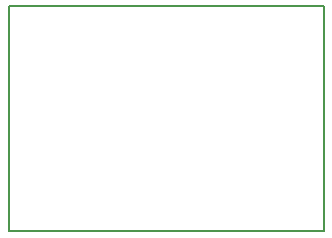
<source format=gbr>
G04 #@! TF.GenerationSoftware,KiCad,Pcbnew,(5.0.2-5)-5*
G04 #@! TF.CreationDate,2019-06-13T13:58:12+03:00*
G04 #@! TF.ProjectId,bike_motor_shim,62696b65-5f6d-46f7-946f-725f7368696d,rev?*
G04 #@! TF.SameCoordinates,Original*
G04 #@! TF.FileFunction,Profile,NP*
%FSLAX46Y46*%
G04 Gerber Fmt 4.6, Leading zero omitted, Abs format (unit mm)*
G04 Created by KiCad (PCBNEW (5.0.2-5)-5) date 2019 June 13, Thursday 13:58:12*
%MOMM*%
%LPD*%
G01*
G04 APERTURE LIST*
%ADD10C,0.150000*%
G04 APERTURE END LIST*
D10*
X137160000Y-128905000D02*
X137160000Y-109855000D01*
X163830000Y-128905000D02*
X137160000Y-128905000D01*
X163830000Y-109855000D02*
X163830000Y-128905000D01*
X137160000Y-109855000D02*
X163830000Y-109855000D01*
M02*

</source>
